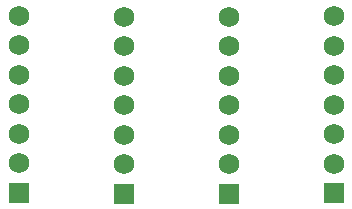
<source format=gbr>
G04 #@! TF.FileFunction,Copper,L1,Top,Signal*
%FSLAX46Y46*%
G04 Gerber Fmt 4.6, Leading zero omitted, Abs format (unit mm)*
G04 Created by KiCad (PCBNEW 4.0.6) date 06/24/17 11:57:50*
%MOMM*%
%LPD*%
G01*
G04 APERTURE LIST*
%ADD10C,0.100000*%
%ADD11R,1.750000X1.750000*%
%ADD12C,1.750000*%
G04 APERTURE END LIST*
D10*
D11*
X173990000Y-83660000D03*
D12*
X173990000Y-81160000D03*
X173990000Y-78660000D03*
X173990000Y-76160000D03*
X173990000Y-73660000D03*
X173990000Y-71160000D03*
X173990000Y-68660000D03*
D11*
X165100000Y-83700000D03*
D12*
X165100000Y-81200000D03*
X165100000Y-78700000D03*
X165100000Y-76200000D03*
X165100000Y-73700000D03*
X165100000Y-71200000D03*
X165100000Y-68700000D03*
D11*
X156210000Y-83700000D03*
D12*
X156210000Y-81200000D03*
X156210000Y-78700000D03*
X156210000Y-76200000D03*
X156210000Y-73700000D03*
X156210000Y-71200000D03*
X156210000Y-68700000D03*
D11*
X147320000Y-83620000D03*
D12*
X147320000Y-81120000D03*
X147320000Y-78620000D03*
X147320000Y-76120000D03*
X147320000Y-73620000D03*
X147320000Y-71120000D03*
X147320000Y-68620000D03*
M02*

</source>
